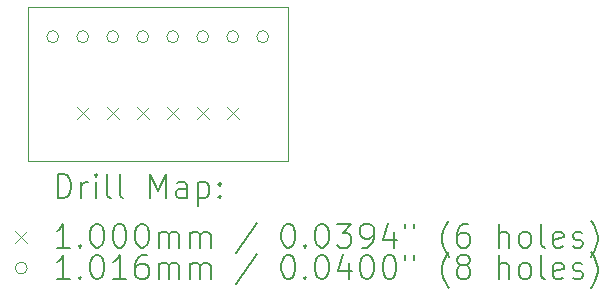
<source format=gbr>
%FSLAX45Y45*%
G04 Gerber Fmt 4.5, Leading zero omitted, Abs format (unit mm)*
G04 Created by KiCad (PCBNEW 6.0.1-79c1e3a40b~116~ubuntu20.04.1) date 2022-02-02 02:26:10*
%MOMM*%
%LPD*%
G01*
G04 APERTURE LIST*
%TA.AperFunction,Profile*%
%ADD10C,0.100000*%
%TD*%
%ADD11C,0.200000*%
%ADD12C,0.100000*%
%ADD13C,0.101600*%
G04 APERTURE END LIST*
D10*
X14106000Y-6810000D02*
X16306000Y-6810000D01*
X16306000Y-6810000D02*
X16306000Y-8110000D01*
X16306000Y-8110000D02*
X14106000Y-8110000D01*
X14106000Y-8110000D02*
X14106000Y-6810000D01*
D11*
D12*
X14521000Y-7659000D02*
X14621000Y-7759000D01*
X14621000Y-7659000D02*
X14521000Y-7759000D01*
X14775000Y-7659000D02*
X14875000Y-7759000D01*
X14875000Y-7659000D02*
X14775000Y-7759000D01*
X15029000Y-7659000D02*
X15129000Y-7759000D01*
X15129000Y-7659000D02*
X15029000Y-7759000D01*
X15283000Y-7659000D02*
X15383000Y-7759000D01*
X15383000Y-7659000D02*
X15283000Y-7759000D01*
X15537000Y-7659000D02*
X15637000Y-7759000D01*
X15637000Y-7659000D02*
X15537000Y-7759000D01*
X15791000Y-7659000D02*
X15891000Y-7759000D01*
X15891000Y-7659000D02*
X15791000Y-7759000D01*
D13*
X14367800Y-7060000D02*
G75*
G03*
X14367800Y-7060000I-50800J0D01*
G01*
X14621800Y-7060000D02*
G75*
G03*
X14621800Y-7060000I-50800J0D01*
G01*
X14875800Y-7060000D02*
G75*
G03*
X14875800Y-7060000I-50800J0D01*
G01*
X15129800Y-7060000D02*
G75*
G03*
X15129800Y-7060000I-50800J0D01*
G01*
X15383800Y-7060000D02*
G75*
G03*
X15383800Y-7060000I-50800J0D01*
G01*
X15637800Y-7060000D02*
G75*
G03*
X15637800Y-7060000I-50800J0D01*
G01*
X15891800Y-7060000D02*
G75*
G03*
X15891800Y-7060000I-50800J0D01*
G01*
X16145800Y-7060000D02*
G75*
G03*
X16145800Y-7060000I-50800J0D01*
G01*
D11*
X14358619Y-8425476D02*
X14358619Y-8225476D01*
X14406238Y-8225476D01*
X14434809Y-8235000D01*
X14453857Y-8254048D01*
X14463381Y-8273095D01*
X14472905Y-8311190D01*
X14472905Y-8339762D01*
X14463381Y-8377857D01*
X14453857Y-8396905D01*
X14434809Y-8415952D01*
X14406238Y-8425476D01*
X14358619Y-8425476D01*
X14558619Y-8425476D02*
X14558619Y-8292143D01*
X14558619Y-8330238D02*
X14568143Y-8311190D01*
X14577667Y-8301667D01*
X14596714Y-8292143D01*
X14615762Y-8292143D01*
X14682428Y-8425476D02*
X14682428Y-8292143D01*
X14682428Y-8225476D02*
X14672905Y-8235000D01*
X14682428Y-8244524D01*
X14691952Y-8235000D01*
X14682428Y-8225476D01*
X14682428Y-8244524D01*
X14806238Y-8425476D02*
X14787190Y-8415952D01*
X14777667Y-8396905D01*
X14777667Y-8225476D01*
X14911000Y-8425476D02*
X14891952Y-8415952D01*
X14882428Y-8396905D01*
X14882428Y-8225476D01*
X15139571Y-8425476D02*
X15139571Y-8225476D01*
X15206238Y-8368333D01*
X15272905Y-8225476D01*
X15272905Y-8425476D01*
X15453857Y-8425476D02*
X15453857Y-8320714D01*
X15444333Y-8301667D01*
X15425286Y-8292143D01*
X15387190Y-8292143D01*
X15368143Y-8301667D01*
X15453857Y-8415952D02*
X15434809Y-8425476D01*
X15387190Y-8425476D01*
X15368143Y-8415952D01*
X15358619Y-8396905D01*
X15358619Y-8377857D01*
X15368143Y-8358809D01*
X15387190Y-8349286D01*
X15434809Y-8349286D01*
X15453857Y-8339762D01*
X15549095Y-8292143D02*
X15549095Y-8492143D01*
X15549095Y-8301667D02*
X15568143Y-8292143D01*
X15606238Y-8292143D01*
X15625286Y-8301667D01*
X15634809Y-8311190D01*
X15644333Y-8330238D01*
X15644333Y-8387381D01*
X15634809Y-8406429D01*
X15625286Y-8415952D01*
X15606238Y-8425476D01*
X15568143Y-8425476D01*
X15549095Y-8415952D01*
X15730048Y-8406429D02*
X15739571Y-8415952D01*
X15730048Y-8425476D01*
X15720524Y-8415952D01*
X15730048Y-8406429D01*
X15730048Y-8425476D01*
X15730048Y-8301667D02*
X15739571Y-8311190D01*
X15730048Y-8320714D01*
X15720524Y-8311190D01*
X15730048Y-8301667D01*
X15730048Y-8320714D01*
D12*
X14001000Y-8705000D02*
X14101000Y-8805000D01*
X14101000Y-8705000D02*
X14001000Y-8805000D01*
D11*
X14463381Y-8845476D02*
X14349095Y-8845476D01*
X14406238Y-8845476D02*
X14406238Y-8645476D01*
X14387190Y-8674048D01*
X14368143Y-8693095D01*
X14349095Y-8702619D01*
X14549095Y-8826429D02*
X14558619Y-8835952D01*
X14549095Y-8845476D01*
X14539571Y-8835952D01*
X14549095Y-8826429D01*
X14549095Y-8845476D01*
X14682428Y-8645476D02*
X14701476Y-8645476D01*
X14720524Y-8655000D01*
X14730048Y-8664524D01*
X14739571Y-8683571D01*
X14749095Y-8721667D01*
X14749095Y-8769286D01*
X14739571Y-8807381D01*
X14730048Y-8826429D01*
X14720524Y-8835952D01*
X14701476Y-8845476D01*
X14682428Y-8845476D01*
X14663381Y-8835952D01*
X14653857Y-8826429D01*
X14644333Y-8807381D01*
X14634809Y-8769286D01*
X14634809Y-8721667D01*
X14644333Y-8683571D01*
X14653857Y-8664524D01*
X14663381Y-8655000D01*
X14682428Y-8645476D01*
X14872905Y-8645476D02*
X14891952Y-8645476D01*
X14911000Y-8655000D01*
X14920524Y-8664524D01*
X14930048Y-8683571D01*
X14939571Y-8721667D01*
X14939571Y-8769286D01*
X14930048Y-8807381D01*
X14920524Y-8826429D01*
X14911000Y-8835952D01*
X14891952Y-8845476D01*
X14872905Y-8845476D01*
X14853857Y-8835952D01*
X14844333Y-8826429D01*
X14834809Y-8807381D01*
X14825286Y-8769286D01*
X14825286Y-8721667D01*
X14834809Y-8683571D01*
X14844333Y-8664524D01*
X14853857Y-8655000D01*
X14872905Y-8645476D01*
X15063381Y-8645476D02*
X15082428Y-8645476D01*
X15101476Y-8655000D01*
X15111000Y-8664524D01*
X15120524Y-8683571D01*
X15130048Y-8721667D01*
X15130048Y-8769286D01*
X15120524Y-8807381D01*
X15111000Y-8826429D01*
X15101476Y-8835952D01*
X15082428Y-8845476D01*
X15063381Y-8845476D01*
X15044333Y-8835952D01*
X15034809Y-8826429D01*
X15025286Y-8807381D01*
X15015762Y-8769286D01*
X15015762Y-8721667D01*
X15025286Y-8683571D01*
X15034809Y-8664524D01*
X15044333Y-8655000D01*
X15063381Y-8645476D01*
X15215762Y-8845476D02*
X15215762Y-8712143D01*
X15215762Y-8731190D02*
X15225286Y-8721667D01*
X15244333Y-8712143D01*
X15272905Y-8712143D01*
X15291952Y-8721667D01*
X15301476Y-8740714D01*
X15301476Y-8845476D01*
X15301476Y-8740714D02*
X15311000Y-8721667D01*
X15330048Y-8712143D01*
X15358619Y-8712143D01*
X15377667Y-8721667D01*
X15387190Y-8740714D01*
X15387190Y-8845476D01*
X15482428Y-8845476D02*
X15482428Y-8712143D01*
X15482428Y-8731190D02*
X15491952Y-8721667D01*
X15511000Y-8712143D01*
X15539571Y-8712143D01*
X15558619Y-8721667D01*
X15568143Y-8740714D01*
X15568143Y-8845476D01*
X15568143Y-8740714D02*
X15577667Y-8721667D01*
X15596714Y-8712143D01*
X15625286Y-8712143D01*
X15644333Y-8721667D01*
X15653857Y-8740714D01*
X15653857Y-8845476D01*
X16044333Y-8635952D02*
X15872905Y-8893095D01*
X16301476Y-8645476D02*
X16320524Y-8645476D01*
X16339571Y-8655000D01*
X16349095Y-8664524D01*
X16358619Y-8683571D01*
X16368143Y-8721667D01*
X16368143Y-8769286D01*
X16358619Y-8807381D01*
X16349095Y-8826429D01*
X16339571Y-8835952D01*
X16320524Y-8845476D01*
X16301476Y-8845476D01*
X16282428Y-8835952D01*
X16272905Y-8826429D01*
X16263381Y-8807381D01*
X16253857Y-8769286D01*
X16253857Y-8721667D01*
X16263381Y-8683571D01*
X16272905Y-8664524D01*
X16282428Y-8655000D01*
X16301476Y-8645476D01*
X16453857Y-8826429D02*
X16463381Y-8835952D01*
X16453857Y-8845476D01*
X16444333Y-8835952D01*
X16453857Y-8826429D01*
X16453857Y-8845476D01*
X16587190Y-8645476D02*
X16606238Y-8645476D01*
X16625286Y-8655000D01*
X16634809Y-8664524D01*
X16644333Y-8683571D01*
X16653857Y-8721667D01*
X16653857Y-8769286D01*
X16644333Y-8807381D01*
X16634809Y-8826429D01*
X16625286Y-8835952D01*
X16606238Y-8845476D01*
X16587190Y-8845476D01*
X16568143Y-8835952D01*
X16558619Y-8826429D01*
X16549095Y-8807381D01*
X16539571Y-8769286D01*
X16539571Y-8721667D01*
X16549095Y-8683571D01*
X16558619Y-8664524D01*
X16568143Y-8655000D01*
X16587190Y-8645476D01*
X16720524Y-8645476D02*
X16844333Y-8645476D01*
X16777667Y-8721667D01*
X16806238Y-8721667D01*
X16825286Y-8731190D01*
X16834810Y-8740714D01*
X16844333Y-8759762D01*
X16844333Y-8807381D01*
X16834810Y-8826429D01*
X16825286Y-8835952D01*
X16806238Y-8845476D01*
X16749095Y-8845476D01*
X16730048Y-8835952D01*
X16720524Y-8826429D01*
X16939571Y-8845476D02*
X16977667Y-8845476D01*
X16996714Y-8835952D01*
X17006238Y-8826429D01*
X17025286Y-8797857D01*
X17034810Y-8759762D01*
X17034810Y-8683571D01*
X17025286Y-8664524D01*
X17015762Y-8655000D01*
X16996714Y-8645476D01*
X16958619Y-8645476D01*
X16939571Y-8655000D01*
X16930048Y-8664524D01*
X16920524Y-8683571D01*
X16920524Y-8731190D01*
X16930048Y-8750238D01*
X16939571Y-8759762D01*
X16958619Y-8769286D01*
X16996714Y-8769286D01*
X17015762Y-8759762D01*
X17025286Y-8750238D01*
X17034810Y-8731190D01*
X17206238Y-8712143D02*
X17206238Y-8845476D01*
X17158619Y-8635952D02*
X17111000Y-8778810D01*
X17234810Y-8778810D01*
X17301476Y-8645476D02*
X17301476Y-8683571D01*
X17377667Y-8645476D02*
X17377667Y-8683571D01*
X17672905Y-8921667D02*
X17663381Y-8912143D01*
X17644333Y-8883571D01*
X17634810Y-8864524D01*
X17625286Y-8835952D01*
X17615762Y-8788333D01*
X17615762Y-8750238D01*
X17625286Y-8702619D01*
X17634810Y-8674048D01*
X17644333Y-8655000D01*
X17663381Y-8626429D01*
X17672905Y-8616905D01*
X17834810Y-8645476D02*
X17796714Y-8645476D01*
X17777667Y-8655000D01*
X17768143Y-8664524D01*
X17749095Y-8693095D01*
X17739571Y-8731190D01*
X17739571Y-8807381D01*
X17749095Y-8826429D01*
X17758619Y-8835952D01*
X17777667Y-8845476D01*
X17815762Y-8845476D01*
X17834810Y-8835952D01*
X17844333Y-8826429D01*
X17853857Y-8807381D01*
X17853857Y-8759762D01*
X17844333Y-8740714D01*
X17834810Y-8731190D01*
X17815762Y-8721667D01*
X17777667Y-8721667D01*
X17758619Y-8731190D01*
X17749095Y-8740714D01*
X17739571Y-8759762D01*
X18091952Y-8845476D02*
X18091952Y-8645476D01*
X18177667Y-8845476D02*
X18177667Y-8740714D01*
X18168143Y-8721667D01*
X18149095Y-8712143D01*
X18120524Y-8712143D01*
X18101476Y-8721667D01*
X18091952Y-8731190D01*
X18301476Y-8845476D02*
X18282429Y-8835952D01*
X18272905Y-8826429D01*
X18263381Y-8807381D01*
X18263381Y-8750238D01*
X18272905Y-8731190D01*
X18282429Y-8721667D01*
X18301476Y-8712143D01*
X18330048Y-8712143D01*
X18349095Y-8721667D01*
X18358619Y-8731190D01*
X18368143Y-8750238D01*
X18368143Y-8807381D01*
X18358619Y-8826429D01*
X18349095Y-8835952D01*
X18330048Y-8845476D01*
X18301476Y-8845476D01*
X18482429Y-8845476D02*
X18463381Y-8835952D01*
X18453857Y-8816905D01*
X18453857Y-8645476D01*
X18634810Y-8835952D02*
X18615762Y-8845476D01*
X18577667Y-8845476D01*
X18558619Y-8835952D01*
X18549095Y-8816905D01*
X18549095Y-8740714D01*
X18558619Y-8721667D01*
X18577667Y-8712143D01*
X18615762Y-8712143D01*
X18634810Y-8721667D01*
X18644333Y-8740714D01*
X18644333Y-8759762D01*
X18549095Y-8778810D01*
X18720524Y-8835952D02*
X18739571Y-8845476D01*
X18777667Y-8845476D01*
X18796714Y-8835952D01*
X18806238Y-8816905D01*
X18806238Y-8807381D01*
X18796714Y-8788333D01*
X18777667Y-8778810D01*
X18749095Y-8778810D01*
X18730048Y-8769286D01*
X18720524Y-8750238D01*
X18720524Y-8740714D01*
X18730048Y-8721667D01*
X18749095Y-8712143D01*
X18777667Y-8712143D01*
X18796714Y-8721667D01*
X18872905Y-8921667D02*
X18882429Y-8912143D01*
X18901476Y-8883571D01*
X18911000Y-8864524D01*
X18920524Y-8835952D01*
X18930048Y-8788333D01*
X18930048Y-8750238D01*
X18920524Y-8702619D01*
X18911000Y-8674048D01*
X18901476Y-8655000D01*
X18882429Y-8626429D01*
X18872905Y-8616905D01*
D13*
X14101000Y-9019000D02*
G75*
G03*
X14101000Y-9019000I-50800J0D01*
G01*
D11*
X14463381Y-9109476D02*
X14349095Y-9109476D01*
X14406238Y-9109476D02*
X14406238Y-8909476D01*
X14387190Y-8938048D01*
X14368143Y-8957095D01*
X14349095Y-8966619D01*
X14549095Y-9090429D02*
X14558619Y-9099952D01*
X14549095Y-9109476D01*
X14539571Y-9099952D01*
X14549095Y-9090429D01*
X14549095Y-9109476D01*
X14682428Y-8909476D02*
X14701476Y-8909476D01*
X14720524Y-8919000D01*
X14730048Y-8928524D01*
X14739571Y-8947571D01*
X14749095Y-8985667D01*
X14749095Y-9033286D01*
X14739571Y-9071381D01*
X14730048Y-9090429D01*
X14720524Y-9099952D01*
X14701476Y-9109476D01*
X14682428Y-9109476D01*
X14663381Y-9099952D01*
X14653857Y-9090429D01*
X14644333Y-9071381D01*
X14634809Y-9033286D01*
X14634809Y-8985667D01*
X14644333Y-8947571D01*
X14653857Y-8928524D01*
X14663381Y-8919000D01*
X14682428Y-8909476D01*
X14939571Y-9109476D02*
X14825286Y-9109476D01*
X14882428Y-9109476D02*
X14882428Y-8909476D01*
X14863381Y-8938048D01*
X14844333Y-8957095D01*
X14825286Y-8966619D01*
X15111000Y-8909476D02*
X15072905Y-8909476D01*
X15053857Y-8919000D01*
X15044333Y-8928524D01*
X15025286Y-8957095D01*
X15015762Y-8995190D01*
X15015762Y-9071381D01*
X15025286Y-9090429D01*
X15034809Y-9099952D01*
X15053857Y-9109476D01*
X15091952Y-9109476D01*
X15111000Y-9099952D01*
X15120524Y-9090429D01*
X15130048Y-9071381D01*
X15130048Y-9023762D01*
X15120524Y-9004714D01*
X15111000Y-8995190D01*
X15091952Y-8985667D01*
X15053857Y-8985667D01*
X15034809Y-8995190D01*
X15025286Y-9004714D01*
X15015762Y-9023762D01*
X15215762Y-9109476D02*
X15215762Y-8976143D01*
X15215762Y-8995190D02*
X15225286Y-8985667D01*
X15244333Y-8976143D01*
X15272905Y-8976143D01*
X15291952Y-8985667D01*
X15301476Y-9004714D01*
X15301476Y-9109476D01*
X15301476Y-9004714D02*
X15311000Y-8985667D01*
X15330048Y-8976143D01*
X15358619Y-8976143D01*
X15377667Y-8985667D01*
X15387190Y-9004714D01*
X15387190Y-9109476D01*
X15482428Y-9109476D02*
X15482428Y-8976143D01*
X15482428Y-8995190D02*
X15491952Y-8985667D01*
X15511000Y-8976143D01*
X15539571Y-8976143D01*
X15558619Y-8985667D01*
X15568143Y-9004714D01*
X15568143Y-9109476D01*
X15568143Y-9004714D02*
X15577667Y-8985667D01*
X15596714Y-8976143D01*
X15625286Y-8976143D01*
X15644333Y-8985667D01*
X15653857Y-9004714D01*
X15653857Y-9109476D01*
X16044333Y-8899952D02*
X15872905Y-9157095D01*
X16301476Y-8909476D02*
X16320524Y-8909476D01*
X16339571Y-8919000D01*
X16349095Y-8928524D01*
X16358619Y-8947571D01*
X16368143Y-8985667D01*
X16368143Y-9033286D01*
X16358619Y-9071381D01*
X16349095Y-9090429D01*
X16339571Y-9099952D01*
X16320524Y-9109476D01*
X16301476Y-9109476D01*
X16282428Y-9099952D01*
X16272905Y-9090429D01*
X16263381Y-9071381D01*
X16253857Y-9033286D01*
X16253857Y-8985667D01*
X16263381Y-8947571D01*
X16272905Y-8928524D01*
X16282428Y-8919000D01*
X16301476Y-8909476D01*
X16453857Y-9090429D02*
X16463381Y-9099952D01*
X16453857Y-9109476D01*
X16444333Y-9099952D01*
X16453857Y-9090429D01*
X16453857Y-9109476D01*
X16587190Y-8909476D02*
X16606238Y-8909476D01*
X16625286Y-8919000D01*
X16634809Y-8928524D01*
X16644333Y-8947571D01*
X16653857Y-8985667D01*
X16653857Y-9033286D01*
X16644333Y-9071381D01*
X16634809Y-9090429D01*
X16625286Y-9099952D01*
X16606238Y-9109476D01*
X16587190Y-9109476D01*
X16568143Y-9099952D01*
X16558619Y-9090429D01*
X16549095Y-9071381D01*
X16539571Y-9033286D01*
X16539571Y-8985667D01*
X16549095Y-8947571D01*
X16558619Y-8928524D01*
X16568143Y-8919000D01*
X16587190Y-8909476D01*
X16825286Y-8976143D02*
X16825286Y-9109476D01*
X16777667Y-8899952D02*
X16730048Y-9042810D01*
X16853857Y-9042810D01*
X16968143Y-8909476D02*
X16987190Y-8909476D01*
X17006238Y-8919000D01*
X17015762Y-8928524D01*
X17025286Y-8947571D01*
X17034810Y-8985667D01*
X17034810Y-9033286D01*
X17025286Y-9071381D01*
X17015762Y-9090429D01*
X17006238Y-9099952D01*
X16987190Y-9109476D01*
X16968143Y-9109476D01*
X16949095Y-9099952D01*
X16939571Y-9090429D01*
X16930048Y-9071381D01*
X16920524Y-9033286D01*
X16920524Y-8985667D01*
X16930048Y-8947571D01*
X16939571Y-8928524D01*
X16949095Y-8919000D01*
X16968143Y-8909476D01*
X17158619Y-8909476D02*
X17177667Y-8909476D01*
X17196714Y-8919000D01*
X17206238Y-8928524D01*
X17215762Y-8947571D01*
X17225286Y-8985667D01*
X17225286Y-9033286D01*
X17215762Y-9071381D01*
X17206238Y-9090429D01*
X17196714Y-9099952D01*
X17177667Y-9109476D01*
X17158619Y-9109476D01*
X17139571Y-9099952D01*
X17130048Y-9090429D01*
X17120524Y-9071381D01*
X17111000Y-9033286D01*
X17111000Y-8985667D01*
X17120524Y-8947571D01*
X17130048Y-8928524D01*
X17139571Y-8919000D01*
X17158619Y-8909476D01*
X17301476Y-8909476D02*
X17301476Y-8947571D01*
X17377667Y-8909476D02*
X17377667Y-8947571D01*
X17672905Y-9185667D02*
X17663381Y-9176143D01*
X17644333Y-9147571D01*
X17634810Y-9128524D01*
X17625286Y-9099952D01*
X17615762Y-9052333D01*
X17615762Y-9014238D01*
X17625286Y-8966619D01*
X17634810Y-8938048D01*
X17644333Y-8919000D01*
X17663381Y-8890429D01*
X17672905Y-8880905D01*
X17777667Y-8995190D02*
X17758619Y-8985667D01*
X17749095Y-8976143D01*
X17739571Y-8957095D01*
X17739571Y-8947571D01*
X17749095Y-8928524D01*
X17758619Y-8919000D01*
X17777667Y-8909476D01*
X17815762Y-8909476D01*
X17834810Y-8919000D01*
X17844333Y-8928524D01*
X17853857Y-8947571D01*
X17853857Y-8957095D01*
X17844333Y-8976143D01*
X17834810Y-8985667D01*
X17815762Y-8995190D01*
X17777667Y-8995190D01*
X17758619Y-9004714D01*
X17749095Y-9014238D01*
X17739571Y-9033286D01*
X17739571Y-9071381D01*
X17749095Y-9090429D01*
X17758619Y-9099952D01*
X17777667Y-9109476D01*
X17815762Y-9109476D01*
X17834810Y-9099952D01*
X17844333Y-9090429D01*
X17853857Y-9071381D01*
X17853857Y-9033286D01*
X17844333Y-9014238D01*
X17834810Y-9004714D01*
X17815762Y-8995190D01*
X18091952Y-9109476D02*
X18091952Y-8909476D01*
X18177667Y-9109476D02*
X18177667Y-9004714D01*
X18168143Y-8985667D01*
X18149095Y-8976143D01*
X18120524Y-8976143D01*
X18101476Y-8985667D01*
X18091952Y-8995190D01*
X18301476Y-9109476D02*
X18282429Y-9099952D01*
X18272905Y-9090429D01*
X18263381Y-9071381D01*
X18263381Y-9014238D01*
X18272905Y-8995190D01*
X18282429Y-8985667D01*
X18301476Y-8976143D01*
X18330048Y-8976143D01*
X18349095Y-8985667D01*
X18358619Y-8995190D01*
X18368143Y-9014238D01*
X18368143Y-9071381D01*
X18358619Y-9090429D01*
X18349095Y-9099952D01*
X18330048Y-9109476D01*
X18301476Y-9109476D01*
X18482429Y-9109476D02*
X18463381Y-9099952D01*
X18453857Y-9080905D01*
X18453857Y-8909476D01*
X18634810Y-9099952D02*
X18615762Y-9109476D01*
X18577667Y-9109476D01*
X18558619Y-9099952D01*
X18549095Y-9080905D01*
X18549095Y-9004714D01*
X18558619Y-8985667D01*
X18577667Y-8976143D01*
X18615762Y-8976143D01*
X18634810Y-8985667D01*
X18644333Y-9004714D01*
X18644333Y-9023762D01*
X18549095Y-9042810D01*
X18720524Y-9099952D02*
X18739571Y-9109476D01*
X18777667Y-9109476D01*
X18796714Y-9099952D01*
X18806238Y-9080905D01*
X18806238Y-9071381D01*
X18796714Y-9052333D01*
X18777667Y-9042810D01*
X18749095Y-9042810D01*
X18730048Y-9033286D01*
X18720524Y-9014238D01*
X18720524Y-9004714D01*
X18730048Y-8985667D01*
X18749095Y-8976143D01*
X18777667Y-8976143D01*
X18796714Y-8985667D01*
X18872905Y-9185667D02*
X18882429Y-9176143D01*
X18901476Y-9147571D01*
X18911000Y-9128524D01*
X18920524Y-9099952D01*
X18930048Y-9052333D01*
X18930048Y-9014238D01*
X18920524Y-8966619D01*
X18911000Y-8938048D01*
X18901476Y-8919000D01*
X18882429Y-8890429D01*
X18872905Y-8880905D01*
M02*

</source>
